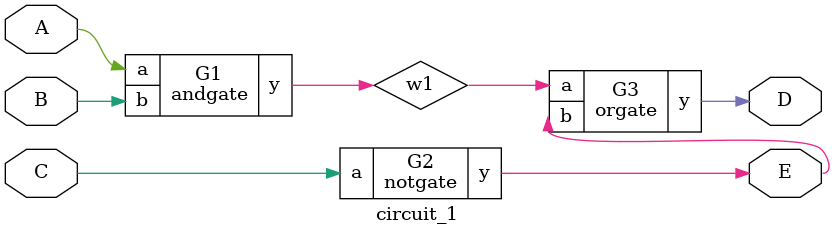
<source format=v>
module andgate(y, a, b);
    input a, b;
    output y;
    assign y = a & b;
endmodule

module notgate(y, a);
    input a;
    output y;
    assign y = !a;
endmodule

module orgate(y, a, b);
    input a, b;
    output y;
    assign y = a | b;
endmodule

module circuit_1(A, B, C, D, E);
    input A, B, C;
    output D, E;
    wire w1;

    andgate G1(.y(w1), .a(A), .b(B));
    notgate G2(.y(E), .a(C));
    orgate G3(.y(D), .a(w1), .b(E));
endmodule

</source>
